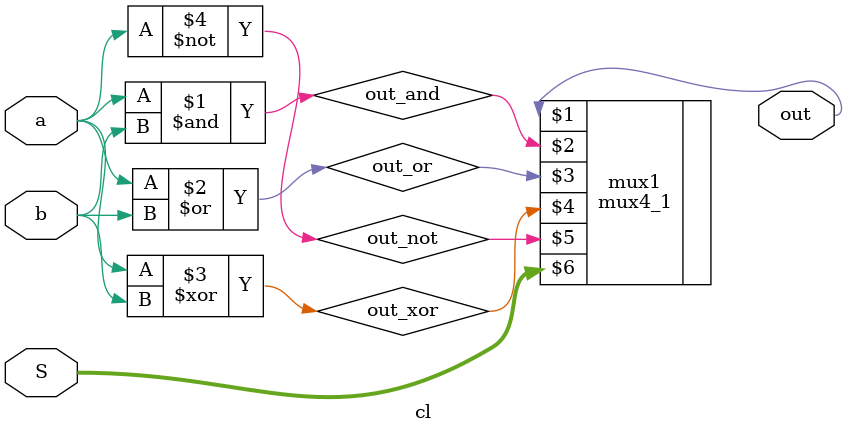
<source format=v>

module cl(output wire out, input wire a, b, input wire [1:0] S);

  // Declaramos las conexiones internas
  wire out_and, out_or, out_xor, out_not;

  // Instanciamos las puertas
  and and1 (out_and, a, b);
  or or1 (out_or, a, b);
  xor xor1 (out_xor, a, b);
  not not1 (out_not, a);

  // Instanciamos en el mux 4 a 1
  mux4_1 mux1 (out, out_and, out_or, out_xor, out_not, S);

endmodule
</source>
